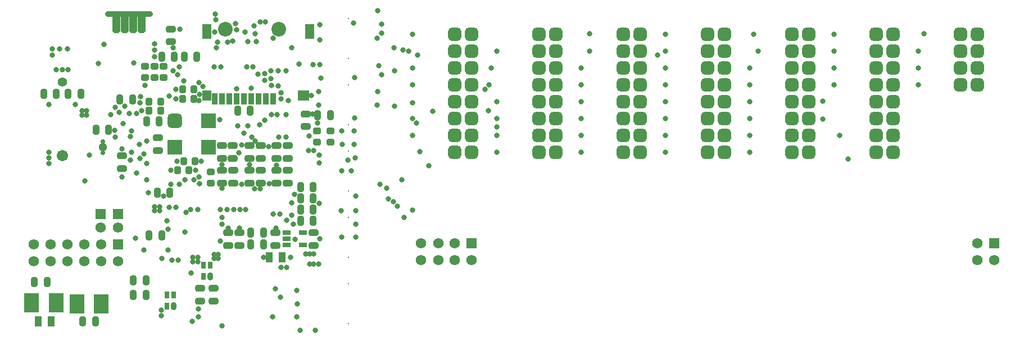
<source format=gbs>
G04*
G04 #@! TF.GenerationSoftware,Altium Limited,Altium Designer,20.0.2 (26)*
G04*
G04 Layer_Color=16711935*
%FSLAX44Y44*%
%MOMM*%
G71*
G01*
G75*
%ADD38C,0.8636*%
G04:AMPARAMS|DCode=40|XSize=1.0032mm|YSize=1.5032mm|CornerRadius=0.3016mm|HoleSize=0mm|Usage=FLASHONLY|Rotation=180.000|XOffset=0mm|YOffset=0mm|HoleType=Round|Shape=RoundedRectangle|*
%AMROUNDEDRECTD40*
21,1,1.0032,0.9000,0,0,180.0*
21,1,0.4000,1.5032,0,0,180.0*
1,1,0.6032,-0.2000,0.4500*
1,1,0.6032,0.2000,0.4500*
1,1,0.6032,0.2000,-0.4500*
1,1,0.6032,-0.2000,-0.4500*
%
%ADD40ROUNDEDRECTD40*%
G04:AMPARAMS|DCode=45|XSize=1.0032mm|YSize=1.5032mm|CornerRadius=0.3016mm|HoleSize=0mm|Usage=FLASHONLY|Rotation=270.000|XOffset=0mm|YOffset=0mm|HoleType=Round|Shape=RoundedRectangle|*
%AMROUNDEDRECTD45*
21,1,1.0032,0.9000,0,0,270.0*
21,1,0.4000,1.5032,0,0,270.0*
1,1,0.6032,-0.4500,-0.2000*
1,1,0.6032,-0.4500,0.2000*
1,1,0.6032,0.4500,0.2000*
1,1,0.6032,0.4500,-0.2000*
%
%ADD45ROUNDEDRECTD45*%
G04:AMPARAMS|DCode=46|XSize=1.0032mm|YSize=1.2032mm|CornerRadius=0.3016mm|HoleSize=0mm|Usage=FLASHONLY|Rotation=0.000|XOffset=0mm|YOffset=0mm|HoleType=Round|Shape=RoundedRectangle|*
%AMROUNDEDRECTD46*
21,1,1.0032,0.6000,0,0,0.0*
21,1,0.4000,1.2032,0,0,0.0*
1,1,0.6032,0.2000,-0.3000*
1,1,0.6032,-0.2000,-0.3000*
1,1,0.6032,-0.2000,0.3000*
1,1,0.6032,0.2000,0.3000*
%
%ADD46ROUNDEDRECTD46*%
G04:AMPARAMS|DCode=47|XSize=1.0032mm|YSize=1.2032mm|CornerRadius=0.3016mm|HoleSize=0mm|Usage=FLASHONLY|Rotation=270.000|XOffset=0mm|YOffset=0mm|HoleType=Round|Shape=RoundedRectangle|*
%AMROUNDEDRECTD47*
21,1,1.0032,0.6000,0,0,270.0*
21,1,0.4000,1.2032,0,0,270.0*
1,1,0.6032,-0.3000,-0.2000*
1,1,0.6032,-0.3000,0.2000*
1,1,0.6032,0.3000,0.2000*
1,1,0.6032,0.3000,-0.2000*
%
%ADD47ROUNDEDRECTD47*%
G04:AMPARAMS|DCode=57|XSize=2.7432mm|YSize=1.1176mm|CornerRadius=0mm|HoleSize=0mm|Usage=FLASHONLY|Rotation=90.000|XOffset=0mm|YOffset=0mm|HoleType=Round|Shape=Octagon|*
%AMOCTAGOND57*
4,1,8,0.2794,1.3716,-0.2794,1.3716,-0.5588,1.0922,-0.5588,-1.0922,-0.2794,-1.3716,0.2794,-1.3716,0.5588,-1.0922,0.5588,1.0922,0.2794,1.3716,0.0*
%
%ADD57OCTAGOND57*%

G04:AMPARAMS|DCode=61|XSize=1.9812mm|YSize=1.9812mm|CornerRadius=0.5461mm|HoleSize=0mm|Usage=FLASHONLY|Rotation=180.000|XOffset=0mm|YOffset=0mm|HoleType=Round|Shape=RoundedRectangle|*
%AMROUNDEDRECTD61*
21,1,1.9812,0.8890,0,0,180.0*
21,1,0.8890,1.9812,0,0,180.0*
1,1,1.0922,-0.4445,0.4445*
1,1,1.0922,0.4445,0.4445*
1,1,1.0922,0.4445,-0.4445*
1,1,1.0922,-0.4445,-0.4445*
%
%ADD61ROUNDEDRECTD61*%
G04:AMPARAMS|DCode=62|XSize=1.9812mm|YSize=1.9812mm|CornerRadius=0.5461mm|HoleSize=0mm|Usage=FLASHONLY|Rotation=270.000|XOffset=0mm|YOffset=0mm|HoleType=Round|Shape=RoundedRectangle|*
%AMROUNDEDRECTD62*
21,1,1.9812,0.8890,0,0,270.0*
21,1,0.8890,1.9812,0,0,270.0*
1,1,1.0922,-0.4445,-0.4445*
1,1,1.0922,-0.4445,0.4445*
1,1,1.0922,0.4445,0.4445*
1,1,1.0922,0.4445,-0.4445*
%
%ADD62ROUNDEDRECTD62*%
%ADD63C,0.2032*%
%ADD64C,2.2032*%
%ADD65C,1.5748*%
%ADD66R,1.5748X1.5748*%
%ADD67C,0.8032*%
%ADD68C,1.7032*%
%ADD69C,1.4032*%
%ADD70C,0.7032*%
%ADD71C,1.3032*%
%ADD111R,1.0032X1.5032*%
%ADD112R,1.4032X2.2032*%
%ADD113R,1.8032X1.6032*%
%ADD114R,1.4032X1.6032*%
%ADD115R,0.9032X1.8032*%
%ADD116R,0.8032X1.1032*%
G04:AMPARAMS|DCode=117|XSize=1.1032mm|YSize=0.8032mm|CornerRadius=0.2516mm|HoleSize=0mm|Usage=FLASHONLY|Rotation=90.000|XOffset=0mm|YOffset=0mm|HoleType=Round|Shape=RoundedRectangle|*
%AMROUNDEDRECTD117*
21,1,1.1032,0.3000,0,0,90.0*
21,1,0.6000,0.8032,0,0,90.0*
1,1,0.5032,0.1500,0.3000*
1,1,0.5032,0.1500,-0.3000*
1,1,0.5032,-0.1500,-0.3000*
1,1,0.5032,-0.1500,0.3000*
%
%ADD117ROUNDEDRECTD117*%
%ADD118R,2.2032X3.0032*%
%ADD119R,1.1532X0.8032*%
%ADD120R,2.2032X2.2032*%
G04:AMPARAMS|DCode=121|XSize=2.2032mm|YSize=2.2032mm|CornerRadius=0.6016mm|HoleSize=0mm|Usage=FLASHONLY|Rotation=270.000|XOffset=0mm|YOffset=0mm|HoleType=Round|Shape=RoundedRectangle|*
%AMROUNDEDRECTD121*
21,1,2.2032,1.0000,0,0,270.0*
21,1,1.0000,2.2032,0,0,270.0*
1,1,1.2032,-0.5000,-0.5000*
1,1,1.2032,-0.5000,0.5000*
1,1,1.2032,0.5000,0.5000*
1,1,1.2032,0.5000,-0.5000*
%
%ADD121ROUNDEDRECTD121*%
D38*
X829860Y773820D02*
X893360D01*
D40*
X1139000Y479416D02*
D03*
X1120000D02*
D03*
X848000Y645520D02*
D03*
X867000D02*
D03*
X904000Y504520D02*
D03*
X923000D02*
D03*
X1120000Y496416D02*
D03*
X1139000D02*
D03*
X1025220Y628520D02*
D03*
X1044220D02*
D03*
X888000Y612520D02*
D03*
X907000D02*
D03*
X1139000Y462416D02*
D03*
X1120000D02*
D03*
Y513520D02*
D03*
X1139000D02*
D03*
X964000Y709520D02*
D03*
X945000D02*
D03*
X911000D02*
D03*
X930000D02*
D03*
X887000Y372520D02*
D03*
X868000D02*
D03*
Y350520D02*
D03*
X887000D02*
D03*
X1064000Y444570D02*
D03*
X1045000D02*
D03*
Y426570D02*
D03*
X1064000D02*
D03*
X1146000Y621520D02*
D03*
X1165000D02*
D03*
X792000Y310520D02*
D03*
X811000D02*
D03*
X892000Y440520D02*
D03*
X911000D02*
D03*
X812000Y599520D02*
D03*
X831000D02*
D03*
X789000Y653520D02*
D03*
X770000D02*
D03*
X733000D02*
D03*
X752000D02*
D03*
X719000Y370520D02*
D03*
X738000D02*
D03*
D45*
X925000Y732520D02*
D03*
Y751520D02*
D03*
X905000Y568520D02*
D03*
Y587520D02*
D03*
X1018000Y575520D02*
D03*
Y556520D02*
D03*
X1084000Y538520D02*
D03*
Y519520D02*
D03*
Y575520D02*
D03*
Y556520D02*
D03*
X1002000Y538520D02*
D03*
Y519520D02*
D03*
X1002000Y575520D02*
D03*
Y556520D02*
D03*
X1043000D02*
D03*
Y575520D02*
D03*
X1043000Y519520D02*
D03*
Y538520D02*
D03*
X1101000Y538520D02*
D03*
Y519520D02*
D03*
Y575520D02*
D03*
Y556520D02*
D03*
X1019000Y538520D02*
D03*
Y519520D02*
D03*
X1060000Y556520D02*
D03*
Y575520D02*
D03*
X1060000Y519520D02*
D03*
Y538520D02*
D03*
X989000Y341520D02*
D03*
Y360520D02*
D03*
X969000D02*
D03*
Y341520D02*
D03*
X851000Y541520D02*
D03*
Y560520D02*
D03*
X1128000Y604520D02*
D03*
Y623520D02*
D03*
X1011000Y425570D02*
D03*
Y444570D02*
D03*
X1028000D02*
D03*
Y425570D02*
D03*
X1082000D02*
D03*
Y444570D02*
D03*
X1140000Y425520D02*
D03*
Y444520D02*
D03*
D46*
X959000Y660520D02*
D03*
X942000D02*
D03*
X961000Y552520D02*
D03*
X944000D02*
D03*
X952000Y538520D02*
D03*
X935000D02*
D03*
X942000Y646520D02*
D03*
X959000D02*
D03*
X909000Y641520D02*
D03*
X892000D02*
D03*
Y628520D02*
D03*
X909000D02*
D03*
D47*
X914000Y695520D02*
D03*
Y678520D02*
D03*
X900000D02*
D03*
Y695520D02*
D03*
X886000D02*
D03*
Y678520D02*
D03*
X985000Y519520D02*
D03*
Y536520D02*
D03*
X1145000Y597670D02*
D03*
Y580670D02*
D03*
X1165000D02*
D03*
Y597670D02*
D03*
D57*
X842560Y758580D02*
D03*
X855260D02*
D03*
X867960D02*
D03*
X880660D02*
D03*
D61*
X1377800Y718320D02*
D03*
Y743720D02*
D03*
Y692920D02*
D03*
Y667520D02*
D03*
Y642120D02*
D03*
Y616720D02*
D03*
Y591320D02*
D03*
Y565920D02*
D03*
X1504800Y743720D02*
D03*
Y718320D02*
D03*
Y591320D02*
D03*
X1631800Y692920D02*
D03*
X1504800Y565920D02*
D03*
X1631800D02*
D03*
Y591320D02*
D03*
X1758800Y692920D02*
D03*
Y616720D02*
D03*
X1885800Y591320D02*
D03*
X2012800Y565920D02*
D03*
Y642120D02*
D03*
X1758800Y565920D02*
D03*
X1504800Y667520D02*
D03*
X2139800Y743720D02*
D03*
X1352400Y718320D02*
D03*
Y743720D02*
D03*
Y667520D02*
D03*
Y692920D02*
D03*
Y616720D02*
D03*
Y642120D02*
D03*
Y565920D02*
D03*
Y591320D02*
D03*
X1479400Y743720D02*
D03*
Y692920D02*
D03*
X1606400Y642120D02*
D03*
X1733400Y667520D02*
D03*
Y692920D02*
D03*
Y616720D02*
D03*
Y642120D02*
D03*
Y565920D02*
D03*
X1987400Y743720D02*
D03*
X2114400Y692920D02*
D03*
D62*
X2012800Y591320D02*
D03*
Y692920D02*
D03*
Y743720D02*
D03*
X2139800Y692920D02*
D03*
X1631800Y718320D02*
D03*
Y743720D02*
D03*
Y667520D02*
D03*
Y642120D02*
D03*
Y616720D02*
D03*
X1758800Y667520D02*
D03*
X1885800Y565920D02*
D03*
Y642120D02*
D03*
Y616720D02*
D03*
X2012800Y667520D02*
D03*
Y718320D02*
D03*
X2139800Y667520D02*
D03*
X1504800Y692920D02*
D03*
Y616720D02*
D03*
Y642120D02*
D03*
X1758800Y743720D02*
D03*
Y718320D02*
D03*
Y642120D02*
D03*
Y591320D02*
D03*
X1885800Y667520D02*
D03*
Y692920D02*
D03*
Y718320D02*
D03*
Y743720D02*
D03*
X2012800Y616720D02*
D03*
X2139800Y718320D02*
D03*
X1479400D02*
D03*
Y667520D02*
D03*
Y616720D02*
D03*
Y642120D02*
D03*
Y565920D02*
D03*
Y591320D02*
D03*
X1606400Y718320D02*
D03*
Y743720D02*
D03*
Y667520D02*
D03*
Y692920D02*
D03*
Y616720D02*
D03*
Y565920D02*
D03*
Y591320D02*
D03*
X1733400Y718320D02*
D03*
Y743720D02*
D03*
Y591320D02*
D03*
X1860400Y718320D02*
D03*
Y743720D02*
D03*
Y667520D02*
D03*
Y692920D02*
D03*
Y616720D02*
D03*
Y642120D02*
D03*
Y565920D02*
D03*
Y591320D02*
D03*
X1987400Y718320D02*
D03*
Y667520D02*
D03*
Y692920D02*
D03*
Y616720D02*
D03*
Y642120D02*
D03*
Y565920D02*
D03*
Y591320D02*
D03*
X2114400Y718320D02*
D03*
Y743720D02*
D03*
Y667520D02*
D03*
D63*
X1192000Y307520D02*
D03*
Y467520D02*
D03*
Y407520D02*
D03*
Y367520D02*
D03*
X1191993Y567520D02*
D03*
Y507520D02*
D03*
X1192000Y607520D02*
D03*
Y767520D02*
D03*
Y707520D02*
D03*
Y667520D02*
D03*
D64*
X1007000Y751520D02*
D03*
X1086800D02*
D03*
D65*
X743500Y401770D02*
D03*
Y427170D02*
D03*
X768900Y401770D02*
D03*
Y427170D02*
D03*
X794300Y401770D02*
D03*
Y427170D02*
D03*
X819700Y401770D02*
D03*
Y427170D02*
D03*
X845100Y401770D02*
D03*
X718100D02*
D03*
Y427170D02*
D03*
X819000Y452520D02*
D03*
X845000D02*
D03*
X1377800Y402920D02*
D03*
X1352400Y428320D02*
D03*
Y402920D02*
D03*
X1327400Y428320D02*
D03*
Y402920D02*
D03*
X1301600Y428320D02*
D03*
Y402920D02*
D03*
X2165200D02*
D03*
X2139800Y428320D02*
D03*
Y402920D02*
D03*
D66*
X845100Y427170D02*
D03*
X819000Y472520D02*
D03*
X845000D02*
D03*
X1377800Y428320D02*
D03*
X2165200D02*
D03*
D67*
X746000Y712520D02*
D03*
X1133000Y590520D02*
D03*
X1146000Y609520D02*
D03*
X1024000Y661520D02*
D03*
X1142250Y297520D02*
D03*
X1119000Y297520D02*
D03*
X1107000Y489520D02*
D03*
X1047843Y694677D02*
D03*
X1240000Y517520D02*
D03*
X802000Y561520D02*
D03*
X1149000Y435520D02*
D03*
X1082999Y451520D02*
D03*
X2059000Y744520D02*
D03*
X1300000Y566520D02*
D03*
X1658000Y712520D02*
D03*
X1542900Y616720D02*
D03*
X1242000Y682520D02*
D03*
X1262000Y688520D02*
D03*
X1238000Y696520D02*
D03*
X1241999Y745519D02*
D03*
X1945000Y555520D02*
D03*
X1907000Y642520D02*
D03*
Y615520D02*
D03*
X864000Y553520D02*
D03*
X865000Y565520D02*
D03*
X1035000Y594520D02*
D03*
X1046224Y588520D02*
D03*
X1041000Y605520D02*
D03*
X1313000Y545520D02*
D03*
X1266000Y484520D02*
D03*
X1273000Y524520D02*
D03*
X1289000Y478520D02*
D03*
X1250000Y511520D02*
D03*
X1319000Y627520D02*
D03*
X1201355Y617165D02*
D03*
X1403000Y628520D02*
D03*
X1262000Y635520D02*
D03*
X1398000Y660520D02*
D03*
X1669900Y743720D02*
D03*
X1555000Y744520D02*
D03*
X1296000Y712520D02*
D03*
X1274000Y719520D02*
D03*
X1283000Y718520D02*
D03*
X1555000D02*
D03*
X1260999Y723519D02*
D03*
X1241999Y758519D02*
D03*
X1295000Y609520D02*
D03*
X1235999Y779017D02*
D03*
X1407000Y692520D02*
D03*
X1404000Y667520D02*
D03*
X1416000Y603520D02*
D03*
X1075142Y688520D02*
D03*
X1075000Y676520D02*
D03*
X1086000Y665520D02*
D03*
X1085000Y622520D02*
D03*
X1102000Y643520D02*
D03*
X1091000Y646520D02*
D03*
Y655520D02*
D03*
X1288999Y640519D02*
D03*
X1235000Y637165D02*
D03*
X1147137D02*
D03*
X1415900Y642120D02*
D03*
X1203000Y499520D02*
D03*
X1252000Y495520D02*
D03*
X1260000Y491520D02*
D03*
X1276000Y467520D02*
D03*
X1803000Y743520D02*
D03*
X1809000Y718520D02*
D03*
X1011000Y451520D02*
D03*
X1002000Y304520D02*
D03*
X957000Y310520D02*
D03*
X955000Y383520D02*
D03*
X1135999Y651519D02*
D03*
X1147478Y657520D02*
D03*
X795000Y522520D02*
D03*
X770000Y690520D02*
D03*
X761000D02*
D03*
X752000D02*
D03*
X884141Y563379D02*
D03*
X864000Y589519D02*
D03*
X865000Y597520D02*
D03*
X1051413Y582432D02*
D03*
X1030999Y576519D02*
D03*
X1026999Y564519D02*
D03*
X1112000Y434520D02*
D03*
X1134000Y397520D02*
D03*
X1140000D02*
D03*
X1147000D02*
D03*
X1128000Y412520D02*
D03*
X1140000D02*
D03*
X1134000D02*
D03*
X958000Y400520D02*
D03*
X965000D02*
D03*
Y407520D02*
D03*
X996000Y405520D02*
D03*
Y411520D02*
D03*
X1081753Y360274D02*
D03*
X999097Y431617D02*
D03*
X1089425Y346945D02*
D03*
X990000Y405520D02*
D03*
Y411520D02*
D03*
X958000Y407520D02*
D03*
X936000Y403520D02*
D03*
X926000D02*
D03*
X946000Y445520D02*
D03*
X908000Y477520D02*
D03*
X920000Y418520D02*
D03*
Y449520D02*
D03*
X911000Y405520D02*
D03*
X741000Y548520D02*
D03*
X741000Y557520D02*
D03*
Y565520D02*
D03*
X946000Y524520D02*
D03*
X959000D02*
D03*
X1203000Y437520D02*
D03*
X1182000D02*
D03*
X798000Y628520D02*
D03*
Y621520D02*
D03*
X791000D02*
D03*
Y628520D02*
D03*
X914000Y499520D02*
D03*
X947343Y474863D02*
D03*
X932000Y482520D02*
D03*
X922000D02*
D03*
X1002000Y511934D02*
D03*
X1059000Y510520D02*
D03*
X967800Y652619D02*
D03*
X853000Y608520D02*
D03*
X1056000Y683520D02*
D03*
X1066000Y684520D02*
D03*
Y674520D02*
D03*
X1036000Y746520D02*
D03*
X1024000Y750520D02*
D03*
X1050000Y756520D02*
D03*
X1149000Y735346D02*
D03*
X995000Y731520D02*
D03*
X993000Y723520D02*
D03*
X954000Y479520D02*
D03*
X965000D02*
D03*
X1028000Y451520D02*
D03*
X871000Y436520D02*
D03*
X973236Y664962D02*
D03*
X841000Y633520D02*
D03*
X855000Y635553D02*
D03*
X878000Y640520D02*
D03*
X881000Y628453D02*
D03*
X879000Y649520D02*
D03*
X861655Y623865D02*
D03*
X847000Y625520D02*
D03*
X1064000Y407520D02*
D03*
X1105000D02*
D03*
X1183000Y577520D02*
D03*
X1139999Y568102D02*
D03*
X1131731D02*
D03*
X1076000Y622520D02*
D03*
X1067000Y762520D02*
D03*
X1059000D02*
D03*
X1010000Y731520D02*
D03*
X991000Y746520D02*
D03*
X1022000Y759520D02*
D03*
X873000Y624520D02*
D03*
X990000Y694760D02*
D03*
X873000Y534520D02*
D03*
X1149000Y757520D02*
D03*
X1051000Y511120D02*
D03*
X925000Y517644D02*
D03*
X937000D02*
D03*
X1108819Y457520D02*
D03*
X1099000Y463520D02*
D03*
X1079000Y472421D02*
D03*
X1089000D02*
D03*
X1107000Y470520D02*
D03*
X1199999Y760519D02*
D03*
X1110999Y502519D02*
D03*
X999000Y479520D02*
D03*
X1029000D02*
D03*
X1019850D02*
D03*
X1009000D02*
D03*
X1002000Y467520D02*
D03*
X1190999Y553519D02*
D03*
X1201000Y577520D02*
D03*
Y597520D02*
D03*
X1182000D02*
D03*
Y537520D02*
D03*
X1115000Y337520D02*
D03*
X834000Y622520D02*
D03*
X887999Y582519D02*
D03*
X1072000Y574520D02*
D03*
X1058000Y606851D02*
D03*
X1065920Y613600D02*
D03*
X1195999Y537519D02*
D03*
X1147999Y549519D02*
D03*
X1148000Y561520D02*
D03*
X1138000Y623520D02*
D03*
X1201728Y678248D02*
D03*
X1039000Y694760D02*
D03*
X1045550Y662520D02*
D03*
X1098000Y688520D02*
D03*
X1086000D02*
D03*
X1076000Y666520D02*
D03*
X921757Y650277D02*
D03*
X1040999Y732519D02*
D03*
X1053000Y732520D02*
D03*
X1052000Y744520D02*
D03*
X1118000Y698816D02*
D03*
X1078999Y737519D02*
D03*
X1000000Y694760D02*
D03*
X1018000Y733520D02*
D03*
X991913Y773665D02*
D03*
X992000Y765520D02*
D03*
X878156Y556676D02*
D03*
X968000Y518520D02*
D03*
X967000Y528520D02*
D03*
X1149000Y697520D02*
D03*
X1151000Y677520D02*
D03*
X966558Y670760D02*
D03*
X967000Y643520D02*
D03*
X2050900Y718320D02*
D03*
Y692920D02*
D03*
Y667520D02*
D03*
X1923900Y743720D02*
D03*
Y718320D02*
D03*
Y692920D02*
D03*
Y667520D02*
D03*
X1932000Y591520D02*
D03*
X1796900Y692920D02*
D03*
Y667520D02*
D03*
Y642120D02*
D03*
Y616720D02*
D03*
Y591320D02*
D03*
Y565920D02*
D03*
X1669900Y718320D02*
D03*
Y692920D02*
D03*
Y667520D02*
D03*
Y642120D02*
D03*
Y616720D02*
D03*
Y591320D02*
D03*
Y565920D02*
D03*
X1542900Y692920D02*
D03*
Y667520D02*
D03*
Y642120D02*
D03*
Y591320D02*
D03*
Y565920D02*
D03*
X1415900Y718320D02*
D03*
Y616720D02*
D03*
Y591320D02*
D03*
Y565920D02*
D03*
X1288900Y591320D02*
D03*
Y616720D02*
D03*
Y667520D02*
D03*
Y692920D02*
D03*
Y743720D02*
D03*
X937000Y694760D02*
D03*
X928000Y688520D02*
D03*
X1114000Y317520D02*
D03*
X1078000D02*
D03*
X1203000Y477520D02*
D03*
X1181000D02*
D03*
X1203000Y457520D02*
D03*
X998000Y614520D02*
D03*
X1002000Y457520D02*
D03*
X1139000Y697520D02*
D03*
X935000Y682282D02*
D03*
X970000Y552520D02*
D03*
X962000Y538520D02*
D03*
X944000Y673520D02*
D03*
X1202000Y557520D02*
D03*
X1236000Y657520D02*
D03*
X1235000Y737520D02*
D03*
X1148000Y488520D02*
D03*
X1087000Y588520D02*
D03*
X1073000Y518520D02*
D03*
X1025000Y605520D02*
D03*
X824000Y728520D02*
D03*
X900000Y729520D02*
D03*
X938000Y751520D02*
D03*
X928000Y723520D02*
D03*
X900000Y719520D02*
D03*
X746000Y721520D02*
D03*
X757000D02*
D03*
X769000D02*
D03*
X781000Y637520D02*
D03*
X851000Y528520D02*
D03*
Y570520D02*
D03*
X888000Y548520D02*
D03*
X900000Y477520D02*
D03*
X908000Y483520D02*
D03*
X900000D02*
D03*
X1107041Y723520D02*
D03*
X891000Y504520D02*
D03*
X1098000Y588520D02*
D03*
Y622520D02*
D03*
X877000Y577520D02*
D03*
X886000Y666707D02*
D03*
X869000Y700520D02*
D03*
X932000Y646520D02*
D03*
Y660520D02*
D03*
X900000Y709520D02*
D03*
X840000Y598520D02*
D03*
X919000Y462520D02*
D03*
X884000Y418520D02*
D03*
X966000Y329520D02*
D03*
Y317520D02*
D03*
X888000Y524520D02*
D03*
X841000Y588520D02*
D03*
X1084000Y546520D02*
D03*
X1031000Y517520D02*
D03*
X1037000Y479520D02*
D03*
X934000Y552520D02*
D03*
X925000Y538520D02*
D03*
X1043000Y547520D02*
D03*
X1002000D02*
D03*
X1114000Y357520D02*
D03*
X1091000Y392520D02*
D03*
X1099000D02*
D03*
X741000Y637520D02*
D03*
X815000Y699520D02*
D03*
X910000Y319520D02*
D03*
Y327520D02*
D03*
D68*
X761000Y560520D02*
D03*
D69*
Y671520D02*
D03*
D70*
X822000Y581770D02*
D03*
Y565270D02*
D03*
D71*
Y573520D02*
D03*
D111*
X725000Y310520D02*
D03*
X744000D02*
D03*
X1073000Y407520D02*
D03*
X1092000D02*
D03*
D112*
X978800Y747520D02*
D03*
X1133800D02*
D03*
D113*
X1124800Y651520D02*
D03*
D114*
X978800D02*
D03*
D115*
X990550Y646520D02*
D03*
X1012550D02*
D03*
X1001550D02*
D03*
X1056550D02*
D03*
X1078550D02*
D03*
X1067550D02*
D03*
X1023550D02*
D03*
X1045550D02*
D03*
X1034550D02*
D03*
D116*
X974000Y378520D02*
D03*
X919000Y333520D02*
D03*
Y350520D02*
D03*
X929000D02*
D03*
X984000Y395520D02*
D03*
X974000D02*
D03*
D117*
X984000Y378520D02*
D03*
X929000Y333520D02*
D03*
D118*
X715000Y338520D02*
D03*
X751830D02*
D03*
X783170Y337520D02*
D03*
X820000D02*
D03*
D119*
X1099000Y426070D02*
D03*
Y435570D02*
D03*
Y445070D02*
D03*
X1123500D02*
D03*
Y426070D02*
D03*
D120*
X981000Y573520D02*
D03*
Y613520D02*
D03*
X930200Y573520D02*
D03*
D121*
Y613520D02*
D03*
M02*

</source>
